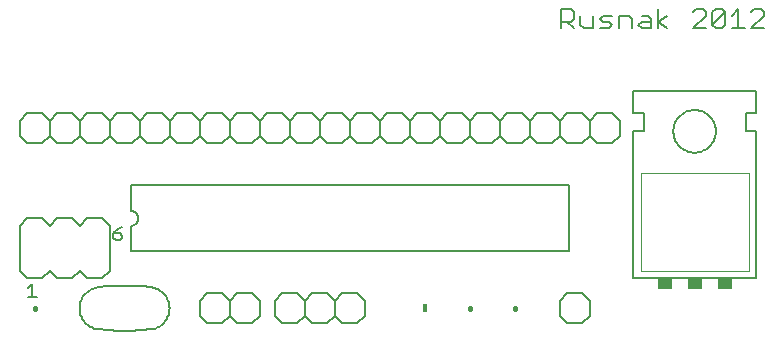
<source format=gto>
G75*
G70*
%OFA0B0*%
%FSLAX24Y24*%
%IPPOS*%
%LPD*%
%AMOC8*
5,1,8,0,0,1.08239X$1,22.5*
%
%ADD10C,0.0060*%
%ADD11R,0.0160X0.0280*%
%ADD12C,0.0020*%
%ADD13R,0.0500X0.0350*%
%ADD14C,0.0160*%
%ADD15C,0.0080*%
%ADD16C,0.0050*%
D10*
X001859Y003603D02*
X002359Y003603D01*
X002609Y003853D01*
X002859Y003603D01*
X003359Y003603D01*
X003609Y003853D01*
X003859Y003603D01*
X004359Y003603D01*
X004609Y003853D01*
X004609Y005353D01*
X004359Y005603D01*
X003859Y005603D01*
X003609Y005353D01*
X003359Y005603D01*
X002859Y005603D01*
X002609Y005353D01*
X002359Y005603D01*
X001859Y005603D01*
X001609Y005353D01*
X001609Y003853D01*
X001859Y003603D01*
X005309Y004503D02*
X019909Y004503D01*
X019909Y006703D01*
X005309Y006703D01*
X005309Y005853D01*
X005339Y005851D01*
X005369Y005846D01*
X005398Y005837D01*
X005425Y005824D01*
X005451Y005809D01*
X005475Y005790D01*
X005496Y005769D01*
X005515Y005745D01*
X005530Y005719D01*
X005543Y005692D01*
X005552Y005663D01*
X005557Y005633D01*
X005559Y005603D01*
X005557Y005573D01*
X005552Y005543D01*
X005543Y005514D01*
X005530Y005487D01*
X005515Y005461D01*
X005496Y005437D01*
X005475Y005416D01*
X005451Y005397D01*
X005425Y005382D01*
X005398Y005369D01*
X005369Y005360D01*
X005339Y005355D01*
X005309Y005353D01*
X005309Y004503D01*
X007609Y002853D02*
X007859Y003103D01*
X008359Y003103D01*
X008609Y002853D01*
X008859Y003103D01*
X009359Y003103D01*
X009609Y002853D01*
X009609Y002353D01*
X009359Y002103D01*
X008859Y002103D01*
X008609Y002353D01*
X008359Y002103D01*
X007859Y002103D01*
X007609Y002353D01*
X007609Y002853D01*
X008609Y002853D02*
X008609Y002353D01*
X010109Y002353D02*
X010359Y002103D01*
X010859Y002103D01*
X011109Y002353D01*
X011359Y002103D01*
X011859Y002103D01*
X012109Y002353D01*
X012359Y002103D01*
X012859Y002103D01*
X013109Y002353D01*
X013109Y002853D01*
X012859Y003103D01*
X012359Y003103D01*
X012109Y002853D01*
X012109Y002353D01*
X012109Y002853D02*
X011859Y003103D01*
X011359Y003103D01*
X011109Y002853D01*
X011109Y002353D01*
X011109Y002853D02*
X010859Y003103D01*
X010359Y003103D01*
X010109Y002853D01*
X010109Y002353D01*
X019609Y002353D02*
X019859Y002103D01*
X020359Y002103D01*
X020609Y002353D01*
X020609Y002853D01*
X020359Y003103D01*
X019859Y003103D01*
X019609Y002853D01*
X019609Y002353D01*
X022059Y003603D02*
X022059Y008503D01*
X022409Y008503D01*
X022409Y009103D01*
X022059Y009103D01*
X022059Y009853D01*
X026159Y009853D01*
X026159Y009103D01*
X025809Y009103D01*
X025809Y008503D01*
X026159Y008503D01*
X026159Y003603D01*
X022059Y003603D01*
X021359Y008103D02*
X020859Y008103D01*
X020609Y008353D01*
X020359Y008103D01*
X019859Y008103D01*
X019609Y008353D01*
X019359Y008103D01*
X018859Y008103D01*
X018609Y008353D01*
X018359Y008103D01*
X017859Y008103D01*
X017609Y008353D01*
X017359Y008103D01*
X016859Y008103D01*
X016609Y008353D01*
X016359Y008103D01*
X015859Y008103D01*
X015609Y008353D01*
X015359Y008103D01*
X014859Y008103D01*
X014609Y008353D01*
X014359Y008103D01*
X013859Y008103D01*
X013609Y008353D01*
X013359Y008103D01*
X012859Y008103D01*
X012609Y008353D01*
X012359Y008103D01*
X011859Y008103D01*
X011609Y008353D01*
X011359Y008103D01*
X010859Y008103D01*
X010609Y008353D01*
X010359Y008103D01*
X009859Y008103D01*
X009609Y008353D01*
X009359Y008103D01*
X008859Y008103D01*
X008609Y008353D01*
X008359Y008103D01*
X007859Y008103D01*
X007609Y008353D01*
X007359Y008103D01*
X006859Y008103D01*
X006609Y008353D01*
X006359Y008103D01*
X005859Y008103D01*
X005609Y008353D01*
X005359Y008103D01*
X004859Y008103D01*
X004609Y008353D01*
X004359Y008103D01*
X003859Y008103D01*
X003609Y008353D01*
X003359Y008103D01*
X002859Y008103D01*
X002609Y008353D01*
X002359Y008103D01*
X001859Y008103D01*
X001609Y008353D01*
X001609Y008853D01*
X001859Y009103D01*
X002359Y009103D01*
X002609Y008853D01*
X002859Y009103D01*
X003359Y009103D01*
X003609Y008853D01*
X003609Y008353D01*
X003609Y008853D02*
X003859Y009103D01*
X004359Y009103D01*
X004609Y008853D01*
X004859Y009103D01*
X005359Y009103D01*
X005609Y008853D01*
X005859Y009103D01*
X006359Y009103D01*
X006609Y008853D01*
X006609Y008353D01*
X006609Y008853D02*
X006859Y009103D01*
X007359Y009103D01*
X007609Y008853D01*
X007859Y009103D01*
X008359Y009103D01*
X008609Y008853D01*
X008859Y009103D01*
X009359Y009103D01*
X009609Y008853D01*
X009609Y008353D01*
X009609Y008853D02*
X009859Y009103D01*
X010359Y009103D01*
X010609Y008853D01*
X010859Y009103D01*
X011359Y009103D01*
X011609Y008853D01*
X011859Y009103D01*
X012359Y009103D01*
X012609Y008853D01*
X012609Y008353D01*
X012609Y008853D02*
X012859Y009103D01*
X013359Y009103D01*
X013609Y008853D01*
X013859Y009103D01*
X014359Y009103D01*
X014609Y008853D01*
X014859Y009103D01*
X015359Y009103D01*
X015609Y008853D01*
X015609Y008353D01*
X015609Y008853D02*
X015859Y009103D01*
X016359Y009103D01*
X016609Y008853D01*
X016859Y009103D01*
X017359Y009103D01*
X017609Y008853D01*
X017859Y009103D01*
X018359Y009103D01*
X018609Y008853D01*
X018609Y008353D01*
X017609Y008353D02*
X017609Y008853D01*
X018609Y008853D02*
X018859Y009103D01*
X019359Y009103D01*
X019609Y008853D01*
X019859Y009103D01*
X020359Y009103D01*
X020609Y008853D01*
X020859Y009103D01*
X021359Y009103D01*
X021609Y008853D01*
X021609Y008353D01*
X021359Y008103D01*
X020609Y008353D02*
X020609Y008853D01*
X019609Y008853D02*
X019609Y008353D01*
X016609Y008353D02*
X016609Y008853D01*
X014609Y008853D02*
X014609Y008353D01*
X013609Y008353D02*
X013609Y008853D01*
X011609Y008853D02*
X011609Y008353D01*
X010609Y008353D02*
X010609Y008853D01*
X008609Y008853D02*
X008609Y008353D01*
X007609Y008353D02*
X007609Y008853D01*
X005609Y008853D02*
X005609Y008353D01*
X004609Y008353D02*
X004609Y008853D01*
X002609Y008853D02*
X002609Y008353D01*
X019656Y011933D02*
X019656Y012573D01*
X019976Y012573D01*
X020083Y012466D01*
X020083Y012253D01*
X019976Y012146D01*
X019656Y012146D01*
X019870Y012146D02*
X020083Y011933D01*
X020301Y012039D02*
X020407Y011933D01*
X020728Y011933D01*
X020728Y012360D01*
X020945Y012253D02*
X021052Y012360D01*
X021372Y012360D01*
X021590Y012360D02*
X021910Y012360D01*
X022017Y012253D01*
X022017Y011933D01*
X022234Y012039D02*
X022341Y012146D01*
X022661Y012146D01*
X022661Y012253D02*
X022661Y011933D01*
X022341Y011933D01*
X022234Y012039D01*
X022554Y012360D02*
X022661Y012253D01*
X022554Y012360D02*
X022341Y012360D01*
X022879Y012573D02*
X022879Y011933D01*
X022879Y012146D02*
X023199Y012360D01*
X022879Y012146D02*
X023199Y011933D01*
X024060Y011933D02*
X024487Y012360D01*
X024487Y012466D01*
X024381Y012573D01*
X024167Y012573D01*
X024060Y012466D01*
X024060Y011933D02*
X024487Y011933D01*
X024705Y012039D02*
X025132Y012466D01*
X025132Y012039D01*
X025025Y011933D01*
X024812Y011933D01*
X024705Y012039D01*
X024705Y012466D01*
X024812Y012573D01*
X025025Y012573D01*
X025132Y012466D01*
X025349Y012360D02*
X025563Y012573D01*
X025563Y011933D01*
X025776Y011933D02*
X025349Y011933D01*
X025994Y011933D02*
X026421Y012360D01*
X026421Y012466D01*
X026314Y012573D01*
X026101Y012573D01*
X025994Y012466D01*
X025994Y011933D02*
X026421Y011933D01*
X021590Y011933D02*
X021590Y012360D01*
X021372Y012039D02*
X021265Y012146D01*
X021052Y012146D01*
X020945Y012253D01*
X020945Y011933D02*
X021265Y011933D01*
X021372Y012039D01*
X020301Y012039D02*
X020301Y012360D01*
X023399Y008503D02*
X023401Y008556D01*
X023407Y008609D01*
X023417Y008661D01*
X023431Y008712D01*
X023448Y008762D01*
X023469Y008811D01*
X023494Y008858D01*
X023522Y008903D01*
X023554Y008946D01*
X023589Y008986D01*
X023626Y009023D01*
X023666Y009058D01*
X023709Y009090D01*
X023754Y009118D01*
X023801Y009143D01*
X023850Y009164D01*
X023900Y009181D01*
X023951Y009195D01*
X024003Y009205D01*
X024056Y009211D01*
X024109Y009213D01*
X024162Y009211D01*
X024215Y009205D01*
X024267Y009195D01*
X024318Y009181D01*
X024368Y009164D01*
X024417Y009143D01*
X024464Y009118D01*
X024509Y009090D01*
X024552Y009058D01*
X024592Y009023D01*
X024629Y008986D01*
X024664Y008946D01*
X024696Y008903D01*
X024724Y008858D01*
X024749Y008811D01*
X024770Y008762D01*
X024787Y008712D01*
X024801Y008661D01*
X024811Y008609D01*
X024817Y008556D01*
X024819Y008503D01*
X024817Y008450D01*
X024811Y008397D01*
X024801Y008345D01*
X024787Y008294D01*
X024770Y008244D01*
X024749Y008195D01*
X024724Y008148D01*
X024696Y008103D01*
X024664Y008060D01*
X024629Y008020D01*
X024592Y007983D01*
X024552Y007948D01*
X024509Y007916D01*
X024464Y007888D01*
X024417Y007863D01*
X024368Y007842D01*
X024318Y007825D01*
X024267Y007811D01*
X024215Y007801D01*
X024162Y007795D01*
X024109Y007793D01*
X024056Y007795D01*
X024003Y007801D01*
X023951Y007811D01*
X023900Y007825D01*
X023850Y007842D01*
X023801Y007863D01*
X023754Y007888D01*
X023709Y007916D01*
X023666Y007948D01*
X023626Y007983D01*
X023589Y008020D01*
X023554Y008060D01*
X023522Y008103D01*
X023494Y008148D01*
X023469Y008195D01*
X023448Y008244D01*
X023431Y008294D01*
X023417Y008345D01*
X023407Y008397D01*
X023401Y008450D01*
X023399Y008503D01*
D11*
X015109Y002603D03*
D12*
X022309Y003853D02*
X022309Y007103D01*
X025909Y007103D01*
X025909Y003853D01*
X022309Y003853D01*
D13*
X023109Y003428D03*
X024109Y003428D03*
X025109Y003428D03*
D14*
X002109Y002615D02*
X002109Y002591D01*
X016609Y002615D02*
X016609Y002591D01*
X018109Y002615D02*
X018109Y002591D01*
D15*
X006008Y001903D02*
X006060Y001913D01*
X006111Y001927D01*
X006161Y001945D01*
X006209Y001966D01*
X006256Y001991D01*
X006300Y002019D01*
X006343Y002051D01*
X006383Y002085D01*
X006420Y002123D01*
X006454Y002163D01*
X006486Y002205D01*
X006514Y002250D01*
X006538Y002297D01*
X006559Y002345D01*
X006577Y002395D01*
X006590Y002446D01*
X006600Y002498D01*
X006606Y002550D01*
X006608Y002603D01*
X006606Y002656D01*
X006600Y002708D01*
X006590Y002760D01*
X006577Y002811D01*
X006559Y002861D01*
X006538Y002909D01*
X006514Y002956D01*
X006486Y003001D01*
X006454Y003043D01*
X006420Y003083D01*
X006383Y003121D01*
X006343Y003155D01*
X006300Y003187D01*
X006256Y003215D01*
X006209Y003240D01*
X006161Y003261D01*
X006111Y003279D01*
X006060Y003293D01*
X006008Y003303D01*
X004209Y003303D02*
X004157Y003293D01*
X004106Y003279D01*
X004056Y003261D01*
X004008Y003240D01*
X003961Y003215D01*
X003917Y003187D01*
X003874Y003155D01*
X003834Y003121D01*
X003797Y003083D01*
X003763Y003043D01*
X003731Y003001D01*
X003703Y002956D01*
X003679Y002909D01*
X003658Y002861D01*
X003640Y002811D01*
X003627Y002760D01*
X003617Y002708D01*
X003611Y002656D01*
X003609Y002603D01*
X003611Y002550D01*
X003617Y002498D01*
X003627Y002446D01*
X003640Y002395D01*
X003658Y002345D01*
X003679Y002297D01*
X003703Y002250D01*
X003731Y002205D01*
X003763Y002163D01*
X003797Y002123D01*
X003834Y002085D01*
X003874Y002051D01*
X003917Y002019D01*
X003961Y001991D01*
X004008Y001966D01*
X004056Y001945D01*
X004106Y001927D01*
X004157Y001913D01*
X004209Y001903D01*
X004209Y003303D02*
X004568Y003335D01*
X004929Y003351D01*
X005289Y003351D01*
X005650Y003335D01*
X006009Y003303D01*
X006009Y001903D02*
X005650Y001871D01*
X005289Y001855D01*
X004929Y001855D01*
X004568Y001871D01*
X004209Y001903D01*
D16*
X002184Y002978D02*
X001884Y002978D01*
X002034Y002978D02*
X002034Y003428D01*
X001884Y003278D01*
X004734Y004953D02*
X004809Y004878D01*
X004959Y004878D01*
X005034Y004953D01*
X005034Y005028D01*
X004959Y005103D01*
X004734Y005103D01*
X004734Y004953D01*
X004734Y005103D02*
X004884Y005253D01*
X005034Y005328D01*
M02*

</source>
